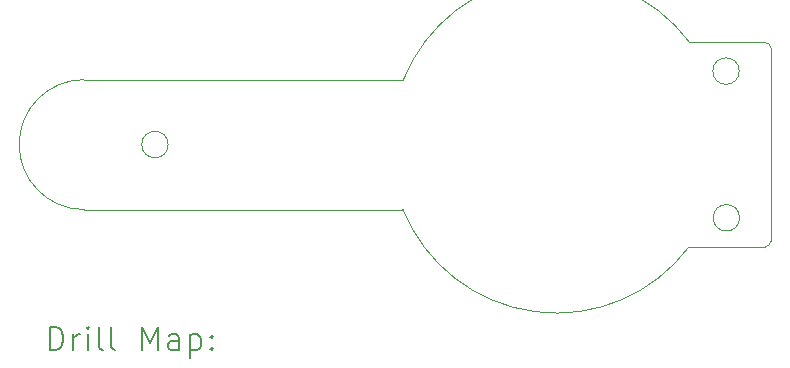
<source format=gbr>
%TF.GenerationSoftware,KiCad,Pcbnew,8.0.4*%
%TF.CreationDate,2025-01-27T11:44:49+05:30*%
%TF.ProjectId,Flash_light,466c6173-685f-46c6-9967-68742e6b6963,1*%
%TF.SameCoordinates,Original*%
%TF.FileFunction,Drillmap*%
%TF.FilePolarity,Positive*%
%FSLAX45Y45*%
G04 Gerber Fmt 4.5, Leading zero omitted, Abs format (unit mm)*
G04 Created by KiCad (PCBNEW 8.0.4) date 2025-01-27 11:44:49*
%MOMM*%
%LPD*%
G01*
G04 APERTURE LIST*
%ADD10C,0.050000*%
%ADD11C,0.200000*%
G04 APERTURE END LIST*
D10*
X16613187Y-17142337D02*
G75*
G02*
X16566000Y-17192000I-52188J2337D01*
G01*
X16558000Y-15459000D02*
G75*
G02*
X16620027Y-15518104I2000J-60000D01*
G01*
X15925606Y-15458796D02*
X16558000Y-15459000D01*
X13504000Y-15775000D02*
G75*
G02*
X15925606Y-15458796I1300000J-525000D01*
G01*
X10800000Y-15775000D02*
X13504000Y-15775000D01*
X16613187Y-17142337D02*
X16620027Y-15518104D01*
X15921606Y-17191204D02*
X16566000Y-17192000D01*
X15921606Y-17191204D02*
G75*
G02*
X13500000Y-16875000I-1121606J841204D01*
G01*
X10800000Y-16875000D02*
X13500000Y-16875000D01*
X10800000Y-16875000D02*
G75*
G02*
X10800000Y-15775000I0J550000D01*
G01*
X16346803Y-15703000D02*
G75*
G02*
X16123197Y-15703000I-111803J0D01*
G01*
X16123197Y-15703000D02*
G75*
G02*
X16346803Y-15703000I111803J0D01*
G01*
X16350000Y-16945000D02*
G75*
G02*
X16126393Y-16945000I-111803J0D01*
G01*
X16126393Y-16945000D02*
G75*
G02*
X16350000Y-16945000I111803J0D01*
G01*
X11511803Y-16325000D02*
G75*
G02*
X11288197Y-16325000I-111803J0D01*
G01*
X11288197Y-16325000D02*
G75*
G02*
X11511803Y-16325000I111803J0D01*
G01*
D11*
X10508277Y-18065991D02*
X10508277Y-17865991D01*
X10508277Y-17865991D02*
X10555896Y-17865991D01*
X10555896Y-17865991D02*
X10584467Y-17875515D01*
X10584467Y-17875515D02*
X10603515Y-17894563D01*
X10603515Y-17894563D02*
X10613039Y-17913610D01*
X10613039Y-17913610D02*
X10622563Y-17951705D01*
X10622563Y-17951705D02*
X10622563Y-17980277D01*
X10622563Y-17980277D02*
X10613039Y-18018372D01*
X10613039Y-18018372D02*
X10603515Y-18037420D01*
X10603515Y-18037420D02*
X10584467Y-18056467D01*
X10584467Y-18056467D02*
X10555896Y-18065991D01*
X10555896Y-18065991D02*
X10508277Y-18065991D01*
X10708277Y-18065991D02*
X10708277Y-17932658D01*
X10708277Y-17970753D02*
X10717801Y-17951705D01*
X10717801Y-17951705D02*
X10727324Y-17942182D01*
X10727324Y-17942182D02*
X10746372Y-17932658D01*
X10746372Y-17932658D02*
X10765420Y-17932658D01*
X10832086Y-18065991D02*
X10832086Y-17932658D01*
X10832086Y-17865991D02*
X10822563Y-17875515D01*
X10822563Y-17875515D02*
X10832086Y-17885039D01*
X10832086Y-17885039D02*
X10841610Y-17875515D01*
X10841610Y-17875515D02*
X10832086Y-17865991D01*
X10832086Y-17865991D02*
X10832086Y-17885039D01*
X10955896Y-18065991D02*
X10936848Y-18056467D01*
X10936848Y-18056467D02*
X10927324Y-18037420D01*
X10927324Y-18037420D02*
X10927324Y-17865991D01*
X11060658Y-18065991D02*
X11041610Y-18056467D01*
X11041610Y-18056467D02*
X11032086Y-18037420D01*
X11032086Y-18037420D02*
X11032086Y-17865991D01*
X11289229Y-18065991D02*
X11289229Y-17865991D01*
X11289229Y-17865991D02*
X11355896Y-18008848D01*
X11355896Y-18008848D02*
X11422562Y-17865991D01*
X11422562Y-17865991D02*
X11422562Y-18065991D01*
X11603515Y-18065991D02*
X11603515Y-17961229D01*
X11603515Y-17961229D02*
X11593991Y-17942182D01*
X11593991Y-17942182D02*
X11574943Y-17932658D01*
X11574943Y-17932658D02*
X11536848Y-17932658D01*
X11536848Y-17932658D02*
X11517801Y-17942182D01*
X11603515Y-18056467D02*
X11584467Y-18065991D01*
X11584467Y-18065991D02*
X11536848Y-18065991D01*
X11536848Y-18065991D02*
X11517801Y-18056467D01*
X11517801Y-18056467D02*
X11508277Y-18037420D01*
X11508277Y-18037420D02*
X11508277Y-18018372D01*
X11508277Y-18018372D02*
X11517801Y-17999325D01*
X11517801Y-17999325D02*
X11536848Y-17989801D01*
X11536848Y-17989801D02*
X11584467Y-17989801D01*
X11584467Y-17989801D02*
X11603515Y-17980277D01*
X11698753Y-17932658D02*
X11698753Y-18132658D01*
X11698753Y-17942182D02*
X11717801Y-17932658D01*
X11717801Y-17932658D02*
X11755896Y-17932658D01*
X11755896Y-17932658D02*
X11774943Y-17942182D01*
X11774943Y-17942182D02*
X11784467Y-17951705D01*
X11784467Y-17951705D02*
X11793991Y-17970753D01*
X11793991Y-17970753D02*
X11793991Y-18027896D01*
X11793991Y-18027896D02*
X11784467Y-18046944D01*
X11784467Y-18046944D02*
X11774943Y-18056467D01*
X11774943Y-18056467D02*
X11755896Y-18065991D01*
X11755896Y-18065991D02*
X11717801Y-18065991D01*
X11717801Y-18065991D02*
X11698753Y-18056467D01*
X11879705Y-18046944D02*
X11889229Y-18056467D01*
X11889229Y-18056467D02*
X11879705Y-18065991D01*
X11879705Y-18065991D02*
X11870182Y-18056467D01*
X11870182Y-18056467D02*
X11879705Y-18046944D01*
X11879705Y-18046944D02*
X11879705Y-18065991D01*
X11879705Y-17942182D02*
X11889229Y-17951705D01*
X11889229Y-17951705D02*
X11879705Y-17961229D01*
X11879705Y-17961229D02*
X11870182Y-17951705D01*
X11870182Y-17951705D02*
X11879705Y-17942182D01*
X11879705Y-17942182D02*
X11879705Y-17961229D01*
M02*

</source>
